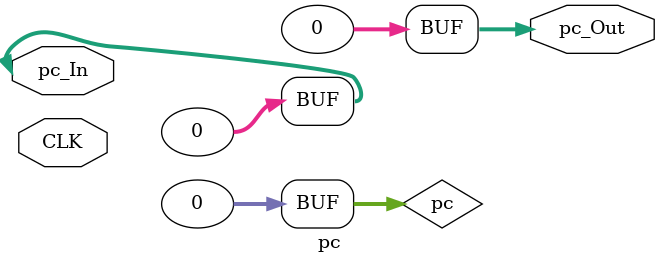
<source format=v>
`timescale 1ns / 1ps

module pc # (  parameter WL = 32 )
(
    input CLK,
    input [WL - 1 : 0] pc_In,
    output reg [WL - 1 : 0] pc_Out
);
    wire [WL - 1 : 0] pc = 0;
    assign pc = pc_In;
    assign pc_In = pc_Out;
    
    initial pc_Out <= 0;
    
    always @ (posedge CLK) pc_Out <= pc_Out + 1;
    
endmodule

</source>
